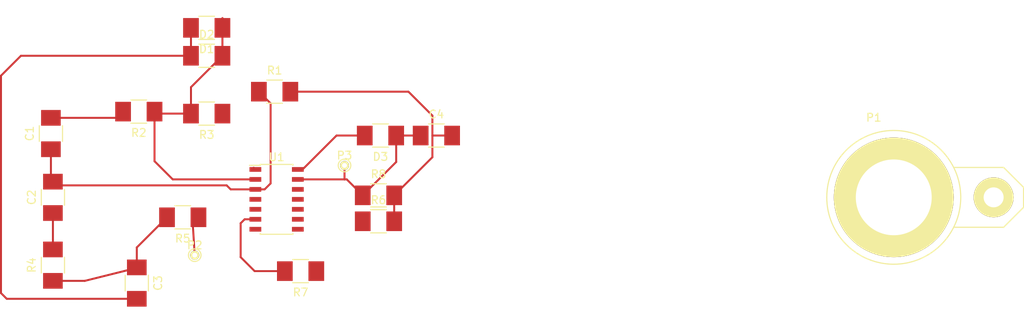
<source format=kicad_pcb>
(kicad_pcb (version 4) (host pcbnew "(2015-09-17 BZR 6202)-product")

  (general
    (links 33)
    (no_connects 10)
    (area 139.70668 93.7186 165.286101 117.4086)
    (thickness 1.6)
    (drawings 0)
    (tracks 59)
    (zones 0)
    (modules 19)
    (nets 16)
  )

  (page A4)
  (layers
    (0 F.Cu signal)
    (31 B.Cu signal)
    (32 B.Adhes user)
    (33 F.Adhes user)
    (34 B.Paste user)
    (35 F.Paste user)
    (36 B.SilkS user)
    (37 F.SilkS user)
    (38 B.Mask user)
    (39 F.Mask user)
    (40 Dwgs.User user)
    (41 Cmts.User user)
    (42 Eco1.User user)
    (43 Eco2.User user)
    (44 Edge.Cuts user)
    (45 Margin user)
    (46 B.CrtYd user)
    (47 F.CrtYd user)
    (48 B.Fab user)
    (49 F.Fab user)
  )

  (setup
    (last_trace_width 0.25)
    (trace_clearance 0.2)
    (zone_clearance 0.508)
    (zone_45_only no)
    (trace_min 0.2)
    (segment_width 0.2)
    (edge_width 0.15)
    (via_size 0.6)
    (via_drill 0.4)
    (via_min_size 0.4)
    (via_min_drill 0.3)
    (uvia_size 0.3)
    (uvia_drill 0.1)
    (uvias_allowed no)
    (uvia_min_size 0.2)
    (uvia_min_drill 0.1)
    (pcb_text_width 0.3)
    (pcb_text_size 1.5 1.5)
    (mod_edge_width 0.15)
    (mod_text_size 1 1)
    (mod_text_width 0.15)
    (pad_size 1.524 1.524)
    (pad_drill 0.762)
    (pad_to_mask_clearance 0.2)
    (aux_axis_origin 0 0)
    (visible_elements FFFFFF7F)
    (pcbplotparams
      (layerselection 0x00030_80000001)
      (usegerberextensions false)
      (excludeedgelayer true)
      (linewidth 0.100000)
      (plotframeref false)
      (viasonmask false)
      (mode 1)
      (useauxorigin false)
      (hpglpennumber 1)
      (hpglpenspeed 20)
      (hpglpendiameter 15)
      (hpglpenoverlay 2)
      (psnegative false)
      (psa4output false)
      (plotreference true)
      (plotvalue true)
      (plotinvisibletext false)
      (padsonsilk false)
      (subtractmaskfromsilk false)
      (outputformat 1)
      (mirror false)
      (drillshape 1)
      (scaleselection 1)
      (outputdirectory ""))
  )

  (net 0 "")
  (net 1 "Net-(C1-Pad1)")
  (net 2 "Net-(C1-Pad2)")
  (net 3 "Net-(C2-Pad1)")
  (net 4 "Net-(C3-Pad1)")
  (net 5 "Net-(C3-Pad2)")
  (net 6 "Net-(C4-Pad1)")
  (net 7 GND)
  (net 8 "Net-(D1-Pad1)")
  (net 9 "Net-(D3-Pad2)")
  (net 10 "Net-(P1-Pad1)")
  (net 11 "Net-(P2-Pad1)")
  (net 12 "Net-(R7-Pad1)")
  (net 13 +5V)
  (net 14 "Net-(U1-Pad12)")
  (net 15 -5V)

  (net_class Default "This is the default net class."
    (clearance 0.2)
    (trace_width 0.25)
    (via_dia 0.6)
    (via_drill 0.4)
    (uvia_dia 0.3)
    (uvia_drill 0.1)
    (add_net +5V)
    (add_net -5V)
    (add_net GND)
    (add_net "Net-(C1-Pad1)")
    (add_net "Net-(C1-Pad2)")
    (add_net "Net-(C2-Pad1)")
    (add_net "Net-(C3-Pad1)")
    (add_net "Net-(C3-Pad2)")
    (add_net "Net-(C4-Pad1)")
    (add_net "Net-(D1-Pad1)")
    (add_net "Net-(D3-Pad2)")
    (add_net "Net-(P1-Pad1)")
    (add_net "Net-(P2-Pad1)")
    (add_net "Net-(R7-Pad1)")
    (add_net "Net-(U1-Pad12)")
  )

  (module Capacitors_SMD:C_1210_HandSoldering (layer F.Cu) (tedit 541A9C39) (tstamp 55FEF27E)
    (at 142.748 32.004 90)
    (descr "Capacitor SMD 1210, hand soldering")
    (tags "capacitor 1210")
    (path /55FEEBCE)
    (attr smd)
    (fp_text reference C1 (at 0 -2.7 90) (layer F.SilkS)
      (effects (font (size 1 1) (thickness 0.15)))
    )
    (fp_text value 100nF (at 0 2.7 90) (layer F.Fab)
      (effects (font (size 1 1) (thickness 0.15)))
    )
    (fp_line (start -3.3 -1.6) (end 3.3 -1.6) (layer F.CrtYd) (width 0.05))
    (fp_line (start -3.3 1.6) (end 3.3 1.6) (layer F.CrtYd) (width 0.05))
    (fp_line (start -3.3 -1.6) (end -3.3 1.6) (layer F.CrtYd) (width 0.05))
    (fp_line (start 3.3 -1.6) (end 3.3 1.6) (layer F.CrtYd) (width 0.05))
    (fp_line (start 1 -1.475) (end -1 -1.475) (layer F.SilkS) (width 0.15))
    (fp_line (start -1 1.475) (end 1 1.475) (layer F.SilkS) (width 0.15))
    (pad 1 smd rect (at -2 0 90) (size 2 2.5) (layers F.Cu F.Paste F.Mask)
      (net 1 "Net-(C1-Pad1)"))
    (pad 2 smd rect (at 2 0 90) (size 2 2.5) (layers F.Cu F.Paste F.Mask)
      (net 2 "Net-(C1-Pad2)"))
    (model Capacitors_SMD.3dshapes/C_1210_HandSoldering.wrl
      (at (xyz 0 0 0))
      (scale (xyz 1 1 1))
      (rotate (xyz 0 0 0))
    )
  )

  (module Capacitors_SMD:C_1210_HandSoldering (layer F.Cu) (tedit 541A9C39) (tstamp 55FEF28A)
    (at 143.002 40.132 90)
    (descr "Capacitor SMD 1210, hand soldering")
    (tags "capacitor 1210")
    (path /55FEEC48)
    (attr smd)
    (fp_text reference C2 (at 0 -2.7 90) (layer F.SilkS)
      (effects (font (size 1 1) (thickness 0.15)))
    )
    (fp_text value 100nF (at 0 2.7 90) (layer F.Fab)
      (effects (font (size 1 1) (thickness 0.15)))
    )
    (fp_line (start -3.3 -1.6) (end 3.3 -1.6) (layer F.CrtYd) (width 0.05))
    (fp_line (start -3.3 1.6) (end 3.3 1.6) (layer F.CrtYd) (width 0.05))
    (fp_line (start -3.3 -1.6) (end -3.3 1.6) (layer F.CrtYd) (width 0.05))
    (fp_line (start 3.3 -1.6) (end 3.3 1.6) (layer F.CrtYd) (width 0.05))
    (fp_line (start 1 -1.475) (end -1 -1.475) (layer F.SilkS) (width 0.15))
    (fp_line (start -1 1.475) (end 1 1.475) (layer F.SilkS) (width 0.15))
    (pad 1 smd rect (at -2 0 90) (size 2 2.5) (layers F.Cu F.Paste F.Mask)
      (net 3 "Net-(C2-Pad1)"))
    (pad 2 smd rect (at 2 0 90) (size 2 2.5) (layers F.Cu F.Paste F.Mask)
      (net 1 "Net-(C1-Pad1)"))
    (model Capacitors_SMD.3dshapes/C_1210_HandSoldering.wrl
      (at (xyz 0 0 0))
      (scale (xyz 1 1 1))
      (rotate (xyz 0 0 0))
    )
  )

  (module Capacitors_SMD:C_1210_HandSoldering (layer F.Cu) (tedit 541A9C39) (tstamp 55FEF296)
    (at 153.67 51.054 270)
    (descr "Capacitor SMD 1210, hand soldering")
    (tags "capacitor 1210")
    (path /55FEED09)
    (attr smd)
    (fp_text reference C3 (at 0 -2.7 270) (layer F.SilkS)
      (effects (font (size 1 1) (thickness 0.15)))
    )
    (fp_text value 100nF (at 0 2.7 270) (layer F.Fab)
      (effects (font (size 1 1) (thickness 0.15)))
    )
    (fp_line (start -3.3 -1.6) (end 3.3 -1.6) (layer F.CrtYd) (width 0.05))
    (fp_line (start -3.3 1.6) (end 3.3 1.6) (layer F.CrtYd) (width 0.05))
    (fp_line (start -3.3 -1.6) (end -3.3 1.6) (layer F.CrtYd) (width 0.05))
    (fp_line (start 3.3 -1.6) (end 3.3 1.6) (layer F.CrtYd) (width 0.05))
    (fp_line (start 1 -1.475) (end -1 -1.475) (layer F.SilkS) (width 0.15))
    (fp_line (start -1 1.475) (end 1 1.475) (layer F.SilkS) (width 0.15))
    (pad 1 smd rect (at -2 0 270) (size 2 2.5) (layers F.Cu F.Paste F.Mask)
      (net 4 "Net-(C3-Pad1)"))
    (pad 2 smd rect (at 2 0 270) (size 2 2.5) (layers F.Cu F.Paste F.Mask)
      (net 5 "Net-(C3-Pad2)"))
    (model Capacitors_SMD.3dshapes/C_1210_HandSoldering.wrl
      (at (xyz 0 0 0))
      (scale (xyz 1 1 1))
      (rotate (xyz 0 0 0))
    )
  )

  (module Capacitors_SMD:C_1210_HandSoldering (layer F.Cu) (tedit 541A9C39) (tstamp 55FEF2A2)
    (at 191.77 32.258)
    (descr "Capacitor SMD 1210, hand soldering")
    (tags "capacitor 1210")
    (path /55FF0BDE)
    (attr smd)
    (fp_text reference C4 (at 0 -2.7) (layer F.SilkS)
      (effects (font (size 1 1) (thickness 0.15)))
    )
    (fp_text value 1uF (at 0 2.7) (layer F.Fab)
      (effects (font (size 1 1) (thickness 0.15)))
    )
    (fp_line (start -3.3 -1.6) (end 3.3 -1.6) (layer F.CrtYd) (width 0.05))
    (fp_line (start -3.3 1.6) (end 3.3 1.6) (layer F.CrtYd) (width 0.05))
    (fp_line (start -3.3 -1.6) (end -3.3 1.6) (layer F.CrtYd) (width 0.05))
    (fp_line (start 3.3 -1.6) (end 3.3 1.6) (layer F.CrtYd) (width 0.05))
    (fp_line (start 1 -1.475) (end -1 -1.475) (layer F.SilkS) (width 0.15))
    (fp_line (start -1 1.475) (end 1 1.475) (layer F.SilkS) (width 0.15))
    (pad 1 smd rect (at -2 0) (size 2 2.5) (layers F.Cu F.Paste F.Mask)
      (net 6 "Net-(C4-Pad1)"))
    (pad 2 smd rect (at 2 0) (size 2 2.5) (layers F.Cu F.Paste F.Mask)
      (net 7 GND))
    (model Capacitors_SMD.3dshapes/C_1210_HandSoldering.wrl
      (at (xyz 0 0 0))
      (scale (xyz 1 1 1))
      (rotate (xyz 0 0 0))
    )
  )

  (module Capacitors_SMD:C_1210_HandSoldering (layer F.Cu) (tedit 541A9C39) (tstamp 55FEF2AE)
    (at 162.56 18.542 180)
    (descr "Capacitor SMD 1210, hand soldering")
    (tags "capacitor 1210")
    (path /55FEED81)
    (attr smd)
    (fp_text reference D1 (at 0 -2.7 180) (layer F.SilkS)
      (effects (font (size 1 1) (thickness 0.15)))
    )
    (fp_text value 1N4148 (at 0 2.7 180) (layer F.Fab)
      (effects (font (size 1 1) (thickness 0.15)))
    )
    (fp_line (start -3.3 -1.6) (end 3.3 -1.6) (layer F.CrtYd) (width 0.05))
    (fp_line (start -3.3 1.6) (end 3.3 1.6) (layer F.CrtYd) (width 0.05))
    (fp_line (start -3.3 -1.6) (end -3.3 1.6) (layer F.CrtYd) (width 0.05))
    (fp_line (start 3.3 -1.6) (end 3.3 1.6) (layer F.CrtYd) (width 0.05))
    (fp_line (start 1 -1.475) (end -1 -1.475) (layer F.SilkS) (width 0.15))
    (fp_line (start -1 1.475) (end 1 1.475) (layer F.SilkS) (width 0.15))
    (pad 1 smd rect (at -2 0 180) (size 2 2.5) (layers F.Cu F.Paste F.Mask)
      (net 8 "Net-(D1-Pad1)"))
    (pad 2 smd rect (at 2 0 180) (size 2 2.5) (layers F.Cu F.Paste F.Mask)
      (net 5 "Net-(C3-Pad2)"))
    (model Capacitors_SMD.3dshapes/C_1210_HandSoldering.wrl
      (at (xyz 0 0 0))
      (scale (xyz 1 1 1))
      (rotate (xyz 0 0 0))
    )
  )

  (module Capacitors_SMD:C_1210_HandSoldering (layer F.Cu) (tedit 541A9C39) (tstamp 55FEF2BA)
    (at 162.56 22.098)
    (descr "Capacitor SMD 1210, hand soldering")
    (tags "capacitor 1210")
    (path /55FEEE0B)
    (attr smd)
    (fp_text reference D2 (at 0 -2.7) (layer F.SilkS)
      (effects (font (size 1 1) (thickness 0.15)))
    )
    (fp_text value 1N4148 (at 0 2.7) (layer F.Fab)
      (effects (font (size 1 1) (thickness 0.15)))
    )
    (fp_line (start -3.3 -1.6) (end 3.3 -1.6) (layer F.CrtYd) (width 0.05))
    (fp_line (start -3.3 1.6) (end 3.3 1.6) (layer F.CrtYd) (width 0.05))
    (fp_line (start -3.3 -1.6) (end -3.3 1.6) (layer F.CrtYd) (width 0.05))
    (fp_line (start 3.3 -1.6) (end 3.3 1.6) (layer F.CrtYd) (width 0.05))
    (fp_line (start 1 -1.475) (end -1 -1.475) (layer F.SilkS) (width 0.15))
    (fp_line (start -1 1.475) (end 1 1.475) (layer F.SilkS) (width 0.15))
    (pad 1 smd rect (at -2 0) (size 2 2.5) (layers F.Cu F.Paste F.Mask)
      (net 5 "Net-(C3-Pad2)"))
    (pad 2 smd rect (at 2 0) (size 2 2.5) (layers F.Cu F.Paste F.Mask)
      (net 8 "Net-(D1-Pad1)"))
    (model Capacitors_SMD.3dshapes/C_1210_HandSoldering.wrl
      (at (xyz 0 0 0))
      (scale (xyz 1 1 1))
      (rotate (xyz 0 0 0))
    )
  )

  (module Capacitors_SMD:C_1210_HandSoldering (layer F.Cu) (tedit 541A9C39) (tstamp 55FEF2C6)
    (at 184.658 32.258 180)
    (descr "Capacitor SMD 1210, hand soldering")
    (tags "capacitor 1210")
    (path /55FF06FE)
    (attr smd)
    (fp_text reference D3 (at 0 -2.7 180) (layer F.SilkS)
      (effects (font (size 1 1) (thickness 0.15)))
    )
    (fp_text value MBR0540TP (at 0 2.7 180) (layer F.Fab)
      (effects (font (size 1 1) (thickness 0.15)))
    )
    (fp_line (start -3.3 -1.6) (end 3.3 -1.6) (layer F.CrtYd) (width 0.05))
    (fp_line (start -3.3 1.6) (end 3.3 1.6) (layer F.CrtYd) (width 0.05))
    (fp_line (start -3.3 -1.6) (end -3.3 1.6) (layer F.CrtYd) (width 0.05))
    (fp_line (start 3.3 -1.6) (end 3.3 1.6) (layer F.CrtYd) (width 0.05))
    (fp_line (start 1 -1.475) (end -1 -1.475) (layer F.SilkS) (width 0.15))
    (fp_line (start -1 1.475) (end 1 1.475) (layer F.SilkS) (width 0.15))
    (pad 1 smd rect (at -2 0 180) (size 2 2.5) (layers F.Cu F.Paste F.Mask)
      (net 6 "Net-(C4-Pad1)"))
    (pad 2 smd rect (at 2 0 180) (size 2 2.5) (layers F.Cu F.Paste F.Mask)
      (net 9 "Net-(D3-Pad2)"))
    (model Capacitors_SMD.3dshapes/C_1210_HandSoldering.wrl
      (at (xyz 0 0 0))
      (scale (xyz 1 1 1))
      (rotate (xyz 0 0 0))
    )
  )

  (module Connect:bnc (layer F.Cu) (tedit 0) (tstamp 55FEF2D2)
    (at 249.936 40.132)
    (path /55FF00E1)
    (fp_text reference P1 (at -2.54 -10.16) (layer F.SilkS)
      (effects (font (size 1 1) (thickness 0.15)))
    )
    (fp_text value BNC (at -3.81 11.43) (layer F.Fab)
      (effects (font (size 1 1) (thickness 0.15)))
    )
    (fp_line (start 7.62 3.81) (end 13.97 3.81) (layer F.SilkS) (width 0.15))
    (fp_line (start 13.97 3.81) (end 16.51 1.27) (layer F.SilkS) (width 0.15))
    (fp_line (start 16.51 1.27) (end 16.51 -1.27) (layer F.SilkS) (width 0.15))
    (fp_line (start 16.51 -1.27) (end 13.97 -3.81) (layer F.SilkS) (width 0.15))
    (fp_line (start 13.97 -3.81) (end 7.62 -3.81) (layer F.SilkS) (width 0.15))
    (fp_circle (center 0 0) (end 7.62 3.81) (layer F.SilkS) (width 0.15))
    (pad 2 thru_hole circle (at 0 0) (size 15.24 15.24) (drill 9.652) (layers *.Cu *.Mask F.SilkS)
      (net 7 GND))
    (pad 1 thru_hole circle (at 12.7 0) (size 5.08 5.08) (drill 2.54) (layers *.Cu *.Mask F.SilkS)
      (net 10 "Net-(P1-Pad1)"))
    (model Connect.3dshapes/bnc.wrl
      (at (xyz 0 0 0))
      (scale (xyz 2 2 2))
      (rotate (xyz 0 0 0))
    )
  )

  (module Connect:PINTST (layer F.Cu) (tedit 0) (tstamp 55FEF2D8)
    (at 161.036 47.498)
    (descr "module 1 pin (ou trou mecanique de percage)")
    (tags DEV)
    (path /55FF1E7C)
    (fp_text reference P2 (at 0 -1.26746) (layer F.SilkS)
      (effects (font (size 1 1) (thickness 0.15)))
    )
    (fp_text value OSC_out (at 0 1.27) (layer F.Fab)
      (effects (font (size 1 1) (thickness 0.15)))
    )
    (fp_circle (center 0 0) (end -0.254 -0.762) (layer F.SilkS) (width 0.15))
    (pad 1 thru_hole circle (at 0 0) (size 1.143 1.143) (drill 0.635) (layers *.Cu *.Mask F.SilkS)
      (net 11 "Net-(P2-Pad1)"))
    (model Connect.3dshapes/PINTST.wrl
      (at (xyz 0 0 0))
      (scale (xyz 1 1 1))
      (rotate (xyz 0 0 0))
    )
  )

  (module Connect:PINTST (layer F.Cu) (tedit 0) (tstamp 55FEF2DE)
    (at 180.086 36.068)
    (descr "module 1 pin (ou trou mecanique de percage)")
    (tags DEV)
    (path /55FF1BBB)
    (fp_text reference P3 (at 0 -1.26746) (layer F.SilkS)
      (effects (font (size 1 1) (thickness 0.15)))
    )
    (fp_text value EC_V_out (at 0 1.27) (layer F.Fab)
      (effects (font (size 1 1) (thickness 0.15)))
    )
    (fp_circle (center 0 0) (end -0.254 -0.762) (layer F.SilkS) (width 0.15))
    (pad 1 thru_hole circle (at 0 0) (size 1.143 1.143) (drill 0.635) (layers *.Cu *.Mask F.SilkS)
      (net 6 "Net-(C4-Pad1)"))
    (model Connect.3dshapes/PINTST.wrl
      (at (xyz 0 0 0))
      (scale (xyz 1 1 1))
      (rotate (xyz 0 0 0))
    )
  )

  (module Resistors_SMD:R_1210_HandSoldering (layer F.Cu) (tedit 5418A32D) (tstamp 55FEF2EA)
    (at 171.196 26.67)
    (descr "Resistor SMD 1210, hand soldering")
    (tags "resistor 1210")
    (path /55FEEA8B)
    (attr smd)
    (fp_text reference R1 (at 0 -2.7) (layer F.SilkS)
      (effects (font (size 1 1) (thickness 0.15)))
    )
    (fp_text value 1k (at 0 2.7) (layer F.Fab)
      (effects (font (size 1 1) (thickness 0.15)))
    )
    (fp_line (start -3.3 -1.6) (end 3.3 -1.6) (layer F.CrtYd) (width 0.05))
    (fp_line (start -3.3 1.6) (end 3.3 1.6) (layer F.CrtYd) (width 0.05))
    (fp_line (start -3.3 -1.6) (end -3.3 1.6) (layer F.CrtYd) (width 0.05))
    (fp_line (start 3.3 -1.6) (end 3.3 1.6) (layer F.CrtYd) (width 0.05))
    (fp_line (start 1 1.475) (end -1 1.475) (layer F.SilkS) (width 0.15))
    (fp_line (start -1 -1.475) (end 1 -1.475) (layer F.SilkS) (width 0.15))
    (pad 1 smd rect (at -2 0) (size 2 2.5) (layers F.Cu F.Paste F.Mask)
      (net 1 "Net-(C1-Pad1)"))
    (pad 2 smd rect (at 2 0) (size 2 2.5) (layers F.Cu F.Paste F.Mask)
      (net 7 GND))
    (model Resistors_SMD.3dshapes/R_1210_HandSoldering.wrl
      (at (xyz 0 0 0))
      (scale (xyz 1 1 1))
      (rotate (xyz 0 0 0))
    )
  )

  (module Resistors_SMD:R_1210_HandSoldering (layer F.Cu) (tedit 5418A32D) (tstamp 55FEF2F6)
    (at 153.924 29.21 180)
    (descr "Resistor SMD 1210, hand soldering")
    (tags "resistor 1210")
    (path /55FEEB03)
    (attr smd)
    (fp_text reference R2 (at 0 -2.7 180) (layer F.SilkS)
      (effects (font (size 1 1) (thickness 0.15)))
    )
    (fp_text value 22k (at 0 2.7 180) (layer F.Fab)
      (effects (font (size 1 1) (thickness 0.15)))
    )
    (fp_line (start -3.3 -1.6) (end 3.3 -1.6) (layer F.CrtYd) (width 0.05))
    (fp_line (start -3.3 1.6) (end 3.3 1.6) (layer F.CrtYd) (width 0.05))
    (fp_line (start -3.3 -1.6) (end -3.3 1.6) (layer F.CrtYd) (width 0.05))
    (fp_line (start 3.3 -1.6) (end 3.3 1.6) (layer F.CrtYd) (width 0.05))
    (fp_line (start 1 1.475) (end -1 1.475) (layer F.SilkS) (width 0.15))
    (fp_line (start -1 -1.475) (end 1 -1.475) (layer F.SilkS) (width 0.15))
    (pad 1 smd rect (at -2 0 180) (size 2 2.5) (layers F.Cu F.Paste F.Mask)
      (net 8 "Net-(D1-Pad1)"))
    (pad 2 smd rect (at 2 0 180) (size 2 2.5) (layers F.Cu F.Paste F.Mask)
      (net 2 "Net-(C1-Pad2)"))
    (model Resistors_SMD.3dshapes/R_1210_HandSoldering.wrl
      (at (xyz 0 0 0))
      (scale (xyz 1 1 1))
      (rotate (xyz 0 0 0))
    )
  )

  (module Resistors_SMD:R_1210_HandSoldering (layer F.Cu) (tedit 5418A32D) (tstamp 55FEF302)
    (at 162.56 29.464 180)
    (descr "Resistor SMD 1210, hand soldering")
    (tags "resistor 1210")
    (path /55FEECA4)
    (attr smd)
    (fp_text reference R3 (at 0 -2.7 180) (layer F.SilkS)
      (effects (font (size 1 1) (thickness 0.15)))
    )
    (fp_text value 22k (at 0 2.7 180) (layer F.Fab)
      (effects (font (size 1 1) (thickness 0.15)))
    )
    (fp_line (start -3.3 -1.6) (end 3.3 -1.6) (layer F.CrtYd) (width 0.05))
    (fp_line (start -3.3 1.6) (end 3.3 1.6) (layer F.CrtYd) (width 0.05))
    (fp_line (start -3.3 -1.6) (end -3.3 1.6) (layer F.CrtYd) (width 0.05))
    (fp_line (start 3.3 -1.6) (end 3.3 1.6) (layer F.CrtYd) (width 0.05))
    (fp_line (start 1 1.475) (end -1 1.475) (layer F.SilkS) (width 0.15))
    (fp_line (start -1 -1.475) (end 1 -1.475) (layer F.SilkS) (width 0.15))
    (pad 1 smd rect (at -2 0 180) (size 2 2.5) (layers F.Cu F.Paste F.Mask)
      (net 4 "Net-(C3-Pad1)"))
    (pad 2 smd rect (at 2 0 180) (size 2 2.5) (layers F.Cu F.Paste F.Mask)
      (net 8 "Net-(D1-Pad1)"))
    (model Resistors_SMD.3dshapes/R_1210_HandSoldering.wrl
      (at (xyz 0 0 0))
      (scale (xyz 1 1 1))
      (rotate (xyz 0 0 0))
    )
  )

  (module Resistors_SMD:R_1210_HandSoldering (layer F.Cu) (tedit 5418A32D) (tstamp 55FEF30E)
    (at 143.002 48.768 90)
    (descr "Resistor SMD 1210, hand soldering")
    (tags "resistor 1210")
    (path /55FEEB43)
    (attr smd)
    (fp_text reference R4 (at 0 -2.7 90) (layer F.SilkS)
      (effects (font (size 1 1) (thickness 0.15)))
    )
    (fp_text value 1k (at 0 2.7 90) (layer F.Fab)
      (effects (font (size 1 1) (thickness 0.15)))
    )
    (fp_line (start -3.3 -1.6) (end 3.3 -1.6) (layer F.CrtYd) (width 0.05))
    (fp_line (start -3.3 1.6) (end 3.3 1.6) (layer F.CrtYd) (width 0.05))
    (fp_line (start -3.3 -1.6) (end -3.3 1.6) (layer F.CrtYd) (width 0.05))
    (fp_line (start 3.3 -1.6) (end 3.3 1.6) (layer F.CrtYd) (width 0.05))
    (fp_line (start 1 1.475) (end -1 1.475) (layer F.SilkS) (width 0.15))
    (fp_line (start -1 -1.475) (end 1 -1.475) (layer F.SilkS) (width 0.15))
    (pad 1 smd rect (at -2 0 90) (size 2 2.5) (layers F.Cu F.Paste F.Mask)
      (net 4 "Net-(C3-Pad1)"))
    (pad 2 smd rect (at 2 0 90) (size 2 2.5) (layers F.Cu F.Paste F.Mask)
      (net 3 "Net-(C2-Pad1)"))
    (model Resistors_SMD.3dshapes/R_1210_HandSoldering.wrl
      (at (xyz 0 0 0))
      (scale (xyz 1 1 1))
      (rotate (xyz 0 0 0))
    )
  )

  (module Resistors_SMD:R_1210_HandSoldering (layer F.Cu) (tedit 5418A32D) (tstamp 55FEF31A)
    (at 159.512 42.672 180)
    (descr "Resistor SMD 1210, hand soldering")
    (tags "resistor 1210")
    (path /55FEEB8E)
    (attr smd)
    (fp_text reference R5 (at 0 -2.7 180) (layer F.SilkS)
      (effects (font (size 1 1) (thickness 0.15)))
    )
    (fp_text value 1k (at 0 2.7 180) (layer F.Fab)
      (effects (font (size 1 1) (thickness 0.15)))
    )
    (fp_line (start -3.3 -1.6) (end 3.3 -1.6) (layer F.CrtYd) (width 0.05))
    (fp_line (start -3.3 1.6) (end 3.3 1.6) (layer F.CrtYd) (width 0.05))
    (fp_line (start -3.3 -1.6) (end -3.3 1.6) (layer F.CrtYd) (width 0.05))
    (fp_line (start 3.3 -1.6) (end 3.3 1.6) (layer F.CrtYd) (width 0.05))
    (fp_line (start 1 1.475) (end -1 1.475) (layer F.SilkS) (width 0.15))
    (fp_line (start -1 -1.475) (end 1 -1.475) (layer F.SilkS) (width 0.15))
    (pad 1 smd rect (at -2 0 180) (size 2 2.5) (layers F.Cu F.Paste F.Mask)
      (net 11 "Net-(P2-Pad1)"))
    (pad 2 smd rect (at 2 0 180) (size 2 2.5) (layers F.Cu F.Paste F.Mask)
      (net 4 "Net-(C3-Pad1)"))
    (model Resistors_SMD.3dshapes/R_1210_HandSoldering.wrl
      (at (xyz 0 0 0))
      (scale (xyz 1 1 1))
      (rotate (xyz 0 0 0))
    )
  )

  (module Resistors_SMD:R_1210_HandSoldering (layer F.Cu) (tedit 5418A32D) (tstamp 55FEF326)
    (at 184.404 43.18)
    (descr "Resistor SMD 1210, hand soldering")
    (tags "resistor 1210")
    (path /55FEFA19)
    (attr smd)
    (fp_text reference R6 (at 0 -2.7) (layer F.SilkS)
      (effects (font (size 1 1) (thickness 0.15)))
    )
    (fp_text value 1k (at 0 2.7) (layer F.Fab)
      (effects (font (size 1 1) (thickness 0.15)))
    )
    (fp_line (start -3.3 -1.6) (end 3.3 -1.6) (layer F.CrtYd) (width 0.05))
    (fp_line (start -3.3 1.6) (end 3.3 1.6) (layer F.CrtYd) (width 0.05))
    (fp_line (start -3.3 -1.6) (end -3.3 1.6) (layer F.CrtYd) (width 0.05))
    (fp_line (start 3.3 -1.6) (end 3.3 1.6) (layer F.CrtYd) (width 0.05))
    (fp_line (start 1 1.475) (end -1 1.475) (layer F.SilkS) (width 0.15))
    (fp_line (start -1 -1.475) (end 1 -1.475) (layer F.SilkS) (width 0.15))
    (pad 1 smd rect (at -2 0) (size 2 2.5) (layers F.Cu F.Paste F.Mask)
      (net 11 "Net-(P2-Pad1)"))
    (pad 2 smd rect (at 2 0) (size 2 2.5) (layers F.Cu F.Paste F.Mask)
      (net 7 GND))
    (model Resistors_SMD.3dshapes/R_1210_HandSoldering.wrl
      (at (xyz 0 0 0))
      (scale (xyz 1 1 1))
      (rotate (xyz 0 0 0))
    )
  )

  (module Resistors_SMD:R_1210_HandSoldering (layer F.Cu) (tedit 5418A32D) (tstamp 55FEF332)
    (at 174.498 49.53 180)
    (descr "Resistor SMD 1210, hand soldering")
    (tags "resistor 1210")
    (path /55FEFC62)
    (attr smd)
    (fp_text reference R7 (at 0 -2.7 180) (layer F.SilkS)
      (effects (font (size 1 1) (thickness 0.15)))
    )
    (fp_text value 1k (at 0 2.7 180) (layer F.Fab)
      (effects (font (size 1 1) (thickness 0.15)))
    )
    (fp_line (start -3.3 -1.6) (end 3.3 -1.6) (layer F.CrtYd) (width 0.05))
    (fp_line (start -3.3 1.6) (end 3.3 1.6) (layer F.CrtYd) (width 0.05))
    (fp_line (start -3.3 -1.6) (end -3.3 1.6) (layer F.CrtYd) (width 0.05))
    (fp_line (start 3.3 -1.6) (end 3.3 1.6) (layer F.CrtYd) (width 0.05))
    (fp_line (start 1 1.475) (end -1 1.475) (layer F.SilkS) (width 0.15))
    (fp_line (start -1 -1.475) (end 1 -1.475) (layer F.SilkS) (width 0.15))
    (pad 1 smd rect (at -2 0 180) (size 2 2.5) (layers F.Cu F.Paste F.Mask)
      (net 12 "Net-(R7-Pad1)"))
    (pad 2 smd rect (at 2 0 180) (size 2 2.5) (layers F.Cu F.Paste F.Mask)
      (net 10 "Net-(P1-Pad1)"))
    (model Resistors_SMD.3dshapes/R_1210_HandSoldering.wrl
      (at (xyz 0 0 0))
      (scale (xyz 1 1 1))
      (rotate (xyz 0 0 0))
    )
  )

  (module Resistors_SMD:R_1210_HandSoldering (layer F.Cu) (tedit 5418A32D) (tstamp 55FEF33E)
    (at 184.404 39.878)
    (descr "Resistor SMD 1210, hand soldering")
    (tags "resistor 1210")
    (path /55FF0BD8)
    (attr smd)
    (fp_text reference R8 (at 0 -2.7) (layer F.SilkS)
      (effects (font (size 1 1) (thickness 0.15)))
    )
    (fp_text value 10k (at 0 2.7) (layer F.Fab)
      (effects (font (size 1 1) (thickness 0.15)))
    )
    (fp_line (start -3.3 -1.6) (end 3.3 -1.6) (layer F.CrtYd) (width 0.05))
    (fp_line (start -3.3 1.6) (end 3.3 1.6) (layer F.CrtYd) (width 0.05))
    (fp_line (start -3.3 -1.6) (end -3.3 1.6) (layer F.CrtYd) (width 0.05))
    (fp_line (start 3.3 -1.6) (end 3.3 1.6) (layer F.CrtYd) (width 0.05))
    (fp_line (start 1 1.475) (end -1 1.475) (layer F.SilkS) (width 0.15))
    (fp_line (start -1 -1.475) (end 1 -1.475) (layer F.SilkS) (width 0.15))
    (pad 1 smd rect (at -2 0) (size 2 2.5) (layers F.Cu F.Paste F.Mask)
      (net 6 "Net-(C4-Pad1)"))
    (pad 2 smd rect (at 2 0) (size 2 2.5) (layers F.Cu F.Paste F.Mask)
      (net 7 GND))
    (model Resistors_SMD.3dshapes/R_1210_HandSoldering.wrl
      (at (xyz 0 0 0))
      (scale (xyz 1 1 1))
      (rotate (xyz 0 0 0))
    )
  )

  (module Housings_SOIC:SOIC-14_3.9x8.7mm_Pitch1.27mm (layer F.Cu) (tedit 54130A77) (tstamp 55FEF35B)
    (at 171.45 40.386)
    (descr "14-Lead Plastic Small Outline (SL) - Narrow, 3.90 mm Body [SOIC] (see Microchip Packaging Specification 00000049BS.pdf)")
    (tags "SOIC 1.27")
    (path /55FEEE53)
    (attr smd)
    (fp_text reference U1 (at 0 -5.375) (layer F.SilkS)
      (effects (font (size 1 1) (thickness 0.15)))
    )
    (fp_text value TL074 (at 0 5.375) (layer F.Fab)
      (effects (font (size 1 1) (thickness 0.15)))
    )
    (fp_line (start -3.7 -4.65) (end -3.7 4.65) (layer F.CrtYd) (width 0.05))
    (fp_line (start 3.7 -4.65) (end 3.7 4.65) (layer F.CrtYd) (width 0.05))
    (fp_line (start -3.7 -4.65) (end 3.7 -4.65) (layer F.CrtYd) (width 0.05))
    (fp_line (start -3.7 4.65) (end 3.7 4.65) (layer F.CrtYd) (width 0.05))
    (fp_line (start -2.075 -4.45) (end -2.075 -4.335) (layer F.SilkS) (width 0.15))
    (fp_line (start 2.075 -4.45) (end 2.075 -4.335) (layer F.SilkS) (width 0.15))
    (fp_line (start 2.075 4.45) (end 2.075 4.335) (layer F.SilkS) (width 0.15))
    (fp_line (start -2.075 4.45) (end -2.075 4.335) (layer F.SilkS) (width 0.15))
    (fp_line (start -2.075 -4.45) (end 2.075 -4.45) (layer F.SilkS) (width 0.15))
    (fp_line (start -2.075 4.45) (end 2.075 4.45) (layer F.SilkS) (width 0.15))
    (fp_line (start -2.075 -4.335) (end -3.45 -4.335) (layer F.SilkS) (width 0.15))
    (pad 1 smd rect (at -2.7 -3.81) (size 1.5 0.6) (layers F.Cu F.Paste F.Mask)
      (net 4 "Net-(C3-Pad1)"))
    (pad 2 smd rect (at -2.7 -2.54) (size 1.5 0.6) (layers F.Cu F.Paste F.Mask)
      (net 8 "Net-(D1-Pad1)"))
    (pad 3 smd rect (at -2.7 -1.27) (size 1.5 0.6) (layers F.Cu F.Paste F.Mask)
      (net 1 "Net-(C1-Pad1)"))
    (pad 4 smd rect (at -2.7 0) (size 1.5 0.6) (layers F.Cu F.Paste F.Mask)
      (net 13 +5V))
    (pad 5 smd rect (at -2.7 1.27) (size 1.5 0.6) (layers F.Cu F.Paste F.Mask)
      (net 11 "Net-(P2-Pad1)"))
    (pad 6 smd rect (at -2.7 2.54) (size 1.5 0.6) (layers F.Cu F.Paste F.Mask)
      (net 10 "Net-(P1-Pad1)"))
    (pad 7 smd rect (at -2.7 3.81) (size 1.5 0.6) (layers F.Cu F.Paste F.Mask)
      (net 12 "Net-(R7-Pad1)"))
    (pad 8 smd rect (at 2.7 3.81) (size 1.5 0.6) (layers F.Cu F.Paste F.Mask)
      (net 14 "Net-(U1-Pad12)"))
    (pad 9 smd rect (at 2.7 2.54) (size 1.5 0.6) (layers F.Cu F.Paste F.Mask)
      (net 14 "Net-(U1-Pad12)"))
    (pad 10 smd rect (at 2.7 1.27) (size 1.5 0.6) (layers F.Cu F.Paste F.Mask)
      (net 12 "Net-(R7-Pad1)"))
    (pad 11 smd rect (at 2.7 0) (size 1.5 0.6) (layers F.Cu F.Paste F.Mask)
      (net 15 -5V))
    (pad 12 smd rect (at 2.7 -1.27) (size 1.5 0.6) (layers F.Cu F.Paste F.Mask)
      (net 14 "Net-(U1-Pad12)"))
    (pad 13 smd rect (at 2.7 -2.54) (size 1.5 0.6) (layers F.Cu F.Paste F.Mask)
      (net 6 "Net-(C4-Pad1)"))
    (pad 14 smd rect (at 2.7 -3.81) (size 1.5 0.6) (layers F.Cu F.Paste F.Mask)
      (net 9 "Net-(D3-Pad2)"))
    (model Housings_SOIC.3dshapes/SOIC-14_3.9x8.7mm_Pitch1.27mm.wrl
      (at (xyz 0 0 0))
      (scale (xyz 1 1 1))
      (rotate (xyz 0 0 0))
    )
  )

  (segment (start 168.75 39.116) (end 169.926 39.116) (width 0.25) (layer F.Cu) (net 1))
  (segment (start 170.688 28.162) (end 169.196 26.67) (width 0.25) (layer F.Cu) (net 1) (tstamp 55FEF491))
  (segment (start 170.688 38.354) (end 170.688 28.162) (width 0.25) (layer F.Cu) (net 1) (tstamp 55FEF490))
  (segment (start 169.926 39.116) (end 170.688 38.354) (width 0.25) (layer F.Cu) (net 1) (tstamp 55FEF48E))
  (segment (start 168.75 39.116) (end 165.608 39.116) (width 0.25) (layer F.Cu) (net 1))
  (segment (start 165.1 38.608) (end 143.478 38.608) (width 0.25) (layer F.Cu) (net 1) (tstamp 55FEF40B))
  (segment (start 165.608 39.116) (end 165.1 38.608) (width 0.25) (layer F.Cu) (net 1) (tstamp 55FEF40A))
  (segment (start 143.478 38.608) (end 143.002 38.132) (width 0.25) (layer F.Cu) (net 1) (tstamp 55FEF40C))
  (segment (start 142.748 34.004) (end 142.748 37.878) (width 0.25) (layer F.Cu) (net 1))
  (segment (start 142.748 37.878) (end 143.002 38.132) (width 0.25) (layer F.Cu) (net 1) (tstamp 55FEF333))
  (segment (start 142.748 30.004) (end 151.13 30.004) (width 0.25) (layer F.Cu) (net 2))
  (segment (start 151.13 30.004) (end 151.924 29.21) (width 0.25) (layer F.Cu) (net 2) (tstamp 55FEF32A))
  (segment (start 143.002 46.768) (end 143.002 42.132) (width 0.25) (layer F.Cu) (net 3))
  (segment (start 153.67 49.054) (end 153.67 46.514) (width 0.25) (layer F.Cu) (net 4))
  (segment (start 153.67 46.514) (end 157.512 42.672) (width 0.25) (layer F.Cu) (net 4) (tstamp 55FEF46D))
  (segment (start 168.528 36.354) (end 168.75 36.576) (width 0.25) (layer F.Cu) (net 4) (tstamp 55FEF40F))
  (segment (start 153.67 49.054) (end 153.67 48.546) (width 0.25) (layer F.Cu) (net 4))
  (segment (start 143.002 50.768) (end 147.066 50.768) (width 0.25) (layer F.Cu) (net 4))
  (segment (start 147.066 50.768) (end 153.162 49.244) (width 0.25) (layer F.Cu) (net 4) (tstamp 55FEF344) (status 20))
  (segment (start 160.56 22.098) (end 138.938 22.098) (width 0.25) (layer F.Cu) (net 5))
  (segment (start 137.128 53.054) (end 153.67 53.054) (width 0.25) (layer F.Cu) (net 5) (tstamp 55FEF456))
  (segment (start 136.398 52.324) (end 137.128 53.054) (width 0.25) (layer F.Cu) (net 5) (tstamp 55FEF454))
  (segment (start 136.398 24.638) (end 136.398 52.324) (width 0.25) (layer F.Cu) (net 5) (tstamp 55FEF452))
  (segment (start 138.938 22.098) (end 136.398 24.638) (width 0.25) (layer F.Cu) (net 5) (tstamp 55FEF450))
  (segment (start 160.56 18.542) (end 160.56 22.098) (width 0.25) (layer F.Cu) (net 5) (tstamp 55FEF397) (status 20))
  (segment (start 186.658 32.258) (end 189.77 32.258) (width 0.25) (layer F.Cu) (net 6))
  (segment (start 186.658 32.258) (end 186.658 35.624) (width 0.25) (layer F.Cu) (net 6))
  (segment (start 186.658 35.624) (end 182.404 39.878) (width 0.25) (layer F.Cu) (net 6) (tstamp 55FEF4D9))
  (segment (start 180.086 36.068) (end 180.086 37.846) (width 0.25) (layer F.Cu) (net 6))
  (segment (start 174.15 37.846) (end 180.086 37.846) (width 0.25) (layer F.Cu) (net 6))
  (segment (start 180.086 37.846) (end 180.372 37.846) (width 0.25) (layer F.Cu) (net 6) (tstamp 55FEF4C5))
  (segment (start 180.372 37.846) (end 182.404 39.878) (width 0.25) (layer F.Cu) (net 6) (tstamp 55FEF4AA))
  (segment (start 186.404 39.878) (end 186.404 43.18) (width 0.25) (layer F.Cu) (net 7) (status C00000))
  (segment (start 193.77 32.258) (end 191.262 32.258) (width 0.25) (layer F.Cu) (net 7))
  (segment (start 173.196 26.67) (end 188.214 26.67) (width 0.25) (layer F.Cu) (net 7))
  (segment (start 191.262 35.02) (end 186.404 39.878) (width 0.25) (layer F.Cu) (net 7) (tstamp 55FEF4E1))
  (segment (start 191.262 29.718) (end 191.262 32.258) (width 0.25) (layer F.Cu) (net 7) (tstamp 55FEF4DF))
  (segment (start 191.262 32.258) (end 191.262 35.02) (width 0.25) (layer F.Cu) (net 7) (tstamp 55FEF504))
  (segment (start 188.214 26.67) (end 191.262 29.718) (width 0.25) (layer F.Cu) (net 7) (tstamp 55FEF4DD))
  (segment (start 160.56 29.464) (end 156.178 29.464) (width 0.25) (layer F.Cu) (net 8))
  (segment (start 156.178 29.464) (end 155.924 29.21) (width 0.25) (layer F.Cu) (net 8) (tstamp 55FEF44D))
  (segment (start 160.56 29.464) (end 160.56 26.098) (width 0.25) (layer F.Cu) (net 8))
  (segment (start 160.56 26.098) (end 164.56 22.098) (width 0.25) (layer F.Cu) (net 8) (tstamp 55FEF449))
  (segment (start 164.56 22.098) (end 164.56 17.304) (width 0.25) (layer F.Cu) (net 8) (status 10))
  (segment (start 164.56 17.304) (end 164.56 18.542) (width 0.25) (layer F.Cu) (net 8) (tstamp 55FEF39A) (status 30))
  (segment (start 164.56 18.542) (end 164.37 18.352) (width 0.25) (layer F.Cu) (net 8) (tstamp 55FEF39B) (status 30))
  (segment (start 168.75 37.846) (end 158.242 37.846) (width 0.25) (layer F.Cu) (net 8))
  (segment (start 155.924 35.528) (end 155.924 29.21) (width 0.25) (layer F.Cu) (net 8) (tstamp 55FEF406))
  (segment (start 158.242 37.846) (end 155.924 35.528) (width 0.25) (layer F.Cu) (net 8) (tstamp 55FEF405))
  (segment (start 174.15 36.576) (end 174.752 36.576) (width 0.25) (layer F.Cu) (net 9))
  (segment (start 174.752 36.576) (end 179.07 32.258) (width 0.25) (layer F.Cu) (net 9) (tstamp 55FEF4D4))
  (segment (start 179.07 32.258) (end 182.658 32.258) (width 0.25) (layer F.Cu) (net 9) (tstamp 55FEF4D5))
  (segment (start 168.75 42.926) (end 167.386 42.926) (width 0.25) (layer F.Cu) (net 10))
  (segment (start 168.656 49.53) (end 172.498 49.53) (width 0.25) (layer F.Cu) (net 10) (tstamp 55FEF499))
  (segment (start 166.878 47.752) (end 168.656 49.53) (width 0.25) (layer F.Cu) (net 10) (tstamp 55FEF497))
  (segment (start 166.878 43.434) (end 166.878 47.752) (width 0.25) (layer F.Cu) (net 10) (tstamp 55FEF496))
  (segment (start 167.386 42.926) (end 166.878 43.434) (width 0.25) (layer F.Cu) (net 10) (tstamp 55FEF495))
  (segment (start 161.036 47.498) (end 160.782 43.402) (width 0.25) (layer F.Cu) (net 11) (status 10))
  (segment (start 160.782 43.402) (end 161.512 42.672) (width 0.25) (layer F.Cu) (net 11) (tstamp 55FEF3DB) (status 30))

)

</source>
